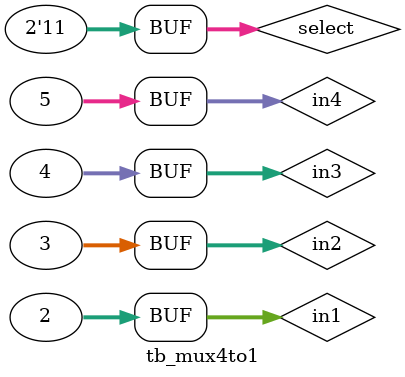
<source format=v>
`timescale 1ns / 1ps
module Mux4to1 #(parameter width = 32)
			(input [width-1:0] in1, in2, in3, in4,
			 input [1:0] sel,
			 output reg [width-1:0] dout);

	always@* begin
		case (sel)
			2'b00: dout <= in1;
			2'b01: dout <= in2;
			2'b10: dout <= in3;
			2'b11: dout <= in4;
			default: dout <= 0;
		endcase
	end

endmodule

module tb_mux4to1;
	parameter w = 32;
	
	reg [1:0]select;
	reg [w-1:0] in1, in2, in3, in4;
	wire [w-1:0] out;
	
	Mux4to1 #(.width(w)) m1 (.in1(in1), .in2(in2), .in3(in3), .in4(in4), .sel(select), .dout(out));
	
	initial begin
		in1 = 2;
		in2 = 3;
		in3 = 4;
		in4 = 5;
		select = 0;
		#20 select = 1;
		#20 select = 2;
		#20 select = 3;
	end

endmodule

</source>
